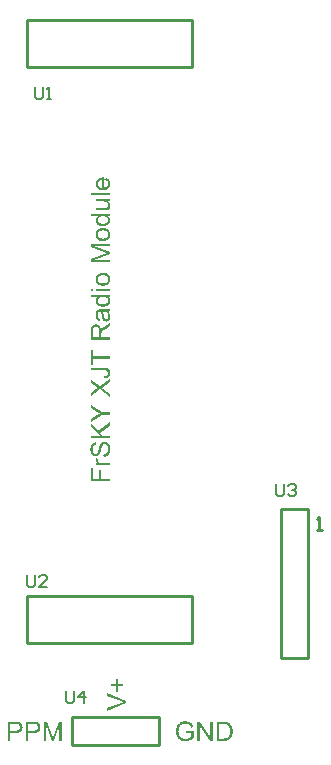
<source format=gto>
%FSAX24Y24*%
%MOIN*%
G70*
G01*
G75*
G04 Layer_Color=65535*
%ADD10C,0.0197*%
%ADD11C,0.0591*%
%ADD12R,0.0591X0.0591*%
%ADD13C,0.0600*%
%ADD14R,0.0600X0.0600*%
%ADD15R,0.0600X0.0600*%
%ADD16C,0.2500*%
%ADD17C,0.0100*%
%ADD18C,0.0070*%
G36*
X043200Y068350D02*
X043141D01*
X043142Y068349D01*
X043144Y068348D01*
X043148Y068345D01*
X043152Y068342D01*
X043157Y068338D01*
X043163Y068332D01*
X043169Y068325D01*
X043175Y068318D01*
X043182Y068308D01*
X043188Y068299D01*
X043194Y068288D01*
X043199Y068277D01*
X043203Y068264D01*
X043207Y068250D01*
X043209Y068236D01*
X043210Y068220D01*
Y068219D01*
Y068218D01*
Y068214D01*
X043209Y068211D01*
Y068206D01*
X043208Y068200D01*
X043206Y068187D01*
X043203Y068171D01*
X043197Y068153D01*
X043190Y068135D01*
X043180Y068118D01*
Y068117D01*
X043178Y068116D01*
X043177Y068113D01*
X043174Y068110D01*
X043168Y068102D01*
X043158Y068092D01*
X043146Y068080D01*
X043131Y068068D01*
X043114Y068057D01*
X043095Y068046D01*
X043094D01*
X043093Y068045D01*
X043089Y068043D01*
X043085Y068042D01*
X043080Y068040D01*
X043074Y068039D01*
X043067Y068036D01*
X043058Y068033D01*
X043040Y068029D01*
X043018Y068025D01*
X042995Y068022D01*
X042969Y068021D01*
X042958D01*
X042951Y068022D01*
X042944D01*
X042936Y068023D01*
X042928Y068024D01*
X042908Y068027D01*
X042887Y068030D01*
X042865Y068036D01*
X042843Y068043D01*
X042843D01*
X042841Y068044D01*
X042838Y068046D01*
X042834Y068048D01*
X042829Y068050D01*
X042824Y068053D01*
X042811Y068061D01*
X042798Y068071D01*
X042783Y068083D01*
X042769Y068097D01*
X042757Y068113D01*
Y068113D01*
X042755Y068115D01*
X042754Y068118D01*
X042752Y068121D01*
X042749Y068125D01*
X042747Y068130D01*
X042741Y068143D01*
X042736Y068158D01*
X042731Y068176D01*
X042728Y068196D01*
X042726Y068217D01*
Y068218D01*
Y068218D01*
Y068223D01*
X042727Y068232D01*
X042729Y068242D01*
X042730Y068253D01*
X042734Y068266D01*
X042739Y068278D01*
X042744Y068291D01*
X042745Y068293D01*
X042748Y068297D01*
X042751Y068303D01*
X042757Y068310D01*
X042764Y068318D01*
X042771Y068328D01*
X042780Y068337D01*
X042790Y068345D01*
X042559D01*
Y068423D01*
X043200D01*
Y068350D01*
D02*
G37*
G36*
X042649Y068547D02*
X042559D01*
Y068626D01*
X042649D01*
Y068547D01*
D02*
G37*
G36*
X043200Y067375D02*
X043068Y067290D01*
X043067D01*
X043065Y067289D01*
X043062Y067287D01*
X043058Y067285D01*
X043053Y067281D01*
X043048Y067277D01*
X043035Y067269D01*
X043021Y067259D01*
X043007Y067249D01*
X042993Y067239D01*
X042980Y067229D01*
X042978Y067228D01*
X042975Y067225D01*
X042969Y067220D01*
X042963Y067215D01*
X042956Y067208D01*
X042948Y067200D01*
X042943Y067193D01*
X042937Y067186D01*
X042936Y067185D01*
X042935Y067182D01*
X042933Y067179D01*
X042930Y067174D01*
X042927Y067168D01*
X042924Y067161D01*
X042919Y067147D01*
Y067146D01*
X042918Y067145D01*
Y067141D01*
X042918Y067136D01*
X042917Y067130D01*
Y067121D01*
X042916Y067112D01*
Y067101D01*
Y067002D01*
X043200D01*
Y066917D01*
X042559D01*
Y067201D01*
Y067202D01*
Y067206D01*
Y067210D01*
Y067215D01*
X042560Y067223D01*
Y067230D01*
X042561Y067240D01*
X042562Y067250D01*
X042564Y067270D01*
X042567Y067292D01*
X042571Y067313D01*
X042574Y067323D01*
X042577Y067331D01*
Y067332D01*
X042578Y067333D01*
X042579Y067335D01*
X042580Y067339D01*
X042584Y067347D01*
X042591Y067357D01*
X042599Y067369D01*
X042610Y067380D01*
X042624Y067392D01*
X042639Y067403D01*
X042639D01*
X042640Y067404D01*
X042643Y067405D01*
X042646Y067407D01*
X042655Y067411D01*
X042667Y067416D01*
X042681Y067421D01*
X042698Y067425D01*
X042716Y067429D01*
X042735Y067430D01*
X042742D01*
X042747Y067429D01*
X042753Y067428D01*
X042759Y067427D01*
X042775Y067424D01*
X042793Y067419D01*
X042813Y067411D01*
X042822Y067406D01*
X042832Y067400D01*
X042841Y067393D01*
X042850Y067385D01*
X042851Y067385D01*
X042852Y067384D01*
X042854Y067380D01*
X042858Y067377D01*
X042861Y067372D01*
X042865Y067366D01*
X042870Y067360D01*
X042875Y067352D01*
X042880Y067343D01*
X042885Y067333D01*
X042890Y067321D01*
X042895Y067309D01*
X042899Y067295D01*
X042903Y067281D01*
X042907Y067265D01*
X042909Y067249D01*
X042910Y067250D01*
X042912Y067255D01*
X042915Y067260D01*
X042919Y067268D01*
X042930Y067285D01*
X042936Y067292D01*
X042942Y067300D01*
Y067300D01*
X042943Y067301D01*
X042948Y067306D01*
X042955Y067313D01*
X042965Y067323D01*
X042977Y067334D01*
X042992Y067345D01*
X043008Y067358D01*
X043027Y067370D01*
X043200Y067481D01*
Y067375D01*
D02*
G37*
G36*
Y067870D02*
X043199Y067869D01*
X043196Y067869D01*
X043191Y067866D01*
X043183Y067864D01*
X043175Y067861D01*
X043165Y067859D01*
X043154Y067857D01*
X043142Y067855D01*
Y067854D01*
X043143Y067854D01*
X043145Y067851D01*
X043148Y067848D01*
X043154Y067839D01*
X043163Y067828D01*
X043171Y067815D01*
X043180Y067801D01*
X043188Y067785D01*
X043195Y067770D01*
Y067769D01*
X043196Y067769D01*
X043197Y067766D01*
X043197Y067764D01*
X043200Y067755D01*
X043203Y067744D01*
X043205Y067732D01*
X043208Y067717D01*
X043209Y067701D01*
X043210Y067684D01*
Y067684D01*
Y067681D01*
Y067677D01*
X043209Y067672D01*
Y067665D01*
X043208Y067658D01*
X043205Y067641D01*
X043201Y067622D01*
X043194Y067603D01*
X043185Y067584D01*
X043180Y067575D01*
X043173Y067567D01*
X043173Y067566D01*
X043172Y067565D01*
X043167Y067560D01*
X043158Y067555D01*
X043148Y067547D01*
X043133Y067540D01*
X043118Y067533D01*
X043099Y067528D01*
X043089Y067527D01*
X043078Y067526D01*
X043073D01*
X043066Y067527D01*
X043058Y067528D01*
X043048Y067530D01*
X043038Y067533D01*
X043027Y067536D01*
X043016Y067541D01*
X043014Y067542D01*
X043011Y067544D01*
X043006Y067548D01*
X042999Y067552D01*
X042993Y067558D01*
X042985Y067565D01*
X042978Y067573D01*
X042971Y067582D01*
X042970Y067583D01*
X042968Y067586D01*
X042965Y067592D01*
X042961Y067599D01*
X042957Y067607D01*
X042953Y067616D01*
X042948Y067627D01*
X042945Y067639D01*
Y067639D01*
X042944Y067643D01*
X042943Y067649D01*
X042942Y067656D01*
X042939Y067666D01*
X042938Y067678D01*
X042936Y067692D01*
X042933Y067709D01*
Y067709D01*
X042933Y067713D01*
Y067718D01*
X042931Y067724D01*
X042930Y067732D01*
X042929Y067741D01*
X042928Y067751D01*
X042926Y067762D01*
X042922Y067784D01*
X042917Y067808D01*
X042912Y067829D01*
X042908Y067839D01*
X042906Y067849D01*
X042901D01*
X042898Y067849D01*
X042878D01*
X042869Y067849D01*
X042859Y067847D01*
X042848Y067844D01*
X042837Y067840D01*
X042826Y067834D01*
X042818Y067827D01*
X042817Y067825D01*
X042813Y067821D01*
X042809Y067814D01*
X042804Y067804D01*
X042799Y067791D01*
X042795Y067776D01*
X042792Y067758D01*
X042791Y067737D01*
Y067736D01*
Y067734D01*
Y067732D01*
Y067728D01*
X042792Y067718D01*
X042793Y067706D01*
X042796Y067692D01*
X042799Y067679D01*
X042804Y067665D01*
X042811Y067654D01*
X042812Y067654D01*
X042814Y067650D01*
X042819Y067645D01*
X042827Y067640D01*
X042836Y067634D01*
X042848Y067628D01*
X042863Y067621D01*
X042879Y067616D01*
X042868Y067540D01*
X042868D01*
X042866Y067540D01*
X042863D01*
X042860Y067541D01*
X042851Y067544D01*
X042840Y067548D01*
X042828Y067552D01*
X042814Y067558D01*
X042801Y067565D01*
X042789Y067574D01*
X042788Y067575D01*
X042784Y067578D01*
X042779Y067584D01*
X042772Y067591D01*
X042764Y067601D01*
X042757Y067613D01*
X042749Y067627D01*
X042743Y067643D01*
Y067644D01*
X042742Y067645D01*
X042741Y067648D01*
X042740Y067651D01*
X042739Y067655D01*
X042738Y067660D01*
X042734Y067674D01*
X042731Y067689D01*
X042729Y067707D01*
X042727Y067727D01*
X042726Y067749D01*
Y067749D01*
Y067751D01*
Y067754D01*
Y067759D01*
Y067764D01*
X042727Y067769D01*
X042728Y067783D01*
X042729Y067798D01*
X042732Y067814D01*
X042735Y067829D01*
X042740Y067844D01*
Y067845D01*
X042741Y067846D01*
X042743Y067850D01*
X042746Y067857D01*
X042750Y067865D01*
X042755Y067874D01*
X042761Y067884D01*
X042769Y067892D01*
X042776Y067899D01*
X042777Y067900D01*
X042779Y067902D01*
X042784Y067905D01*
X042790Y067909D01*
X042798Y067914D01*
X042807Y067918D01*
X042817Y067921D01*
X042828Y067924D01*
X042829D01*
X042833Y067925D01*
X042838Y067926D01*
X042845Y067927D01*
X042855D01*
X042868Y067928D01*
X042883Y067929D01*
X043053D01*
X043064Y067929D01*
X043088D01*
X043110Y067930D01*
X043121Y067931D01*
X043130D01*
X043138Y067932D01*
X043144Y067933D01*
X043146D01*
X043149Y067934D01*
X043155Y067935D01*
X043162Y067937D01*
X043171Y067940D01*
X043180Y067944D01*
X043190Y067948D01*
X043200Y067953D01*
Y067870D01*
D02*
G37*
G36*
Y070029D02*
X042664D01*
X043200Y069842D01*
Y069766D01*
X042654Y069581D01*
X043200D01*
Y069500D01*
X042559D01*
Y069626D01*
X043013Y069778D01*
X043014D01*
X043016Y069779D01*
X043019Y069779D01*
X043023Y069781D01*
X043029Y069783D01*
X043035Y069785D01*
X043049Y069789D01*
X043064Y069794D01*
X043080Y069799D01*
X043095Y069804D01*
X043108Y069809D01*
X043107Y069809D01*
X043102Y069811D01*
X043093Y069814D01*
X043083Y069817D01*
X043068Y069822D01*
X043050Y069828D01*
X043029Y069834D01*
X043005Y069843D01*
X042559Y069997D01*
Y070111D01*
X043200D01*
Y070029D01*
D02*
G37*
G36*
X042984Y070642D02*
X042993Y070641D01*
X043003Y070640D01*
X043013Y070639D01*
X043035Y070636D01*
X043058Y070631D01*
X043082Y070624D01*
X043093Y070620D01*
X043103Y070615D01*
X043103D01*
X043105Y070614D01*
X043108Y070612D01*
X043111Y070610D01*
X043120Y070604D01*
X043132Y070595D01*
X043144Y070584D01*
X043158Y070571D01*
X043170Y070555D01*
X043182Y070537D01*
Y070536D01*
X043183Y070534D01*
X043184Y070532D01*
X043186Y070528D01*
X043188Y070523D01*
X043191Y070518D01*
X043196Y070503D01*
X043201Y070488D01*
X043206Y070468D01*
X043209Y070448D01*
X043210Y070425D01*
Y070424D01*
Y070421D01*
X043209Y070416D01*
Y070409D01*
X043208Y070401D01*
X043207Y070392D01*
X043205Y070381D01*
X043203Y070369D01*
X043199Y070357D01*
X043195Y070344D01*
X043190Y070332D01*
X043184Y070318D01*
X043177Y070305D01*
X043168Y070293D01*
X043159Y070280D01*
X043148Y070268D01*
X043148Y070268D01*
X043145Y070266D01*
X043142Y070263D01*
X043137Y070259D01*
X043130Y070254D01*
X043123Y070249D01*
X043113Y070244D01*
X043103Y070238D01*
X043090Y070233D01*
X043077Y070228D01*
X043063Y070223D01*
X043046Y070218D01*
X043028Y070214D01*
X043010Y070211D01*
X042990Y070209D01*
X042968Y070208D01*
X042963D01*
X042956Y070209D01*
X042948D01*
X042937Y070211D01*
X042924Y070213D01*
X042911Y070214D01*
X042897Y070218D01*
X042881Y070221D01*
X042865Y070226D01*
X042849Y070232D01*
X042833Y070238D01*
X042818Y070247D01*
X042803Y070256D01*
X042790Y070267D01*
X042778Y070279D01*
X042777Y070280D01*
X042775Y070282D01*
X042773Y070285D01*
X042769Y070290D01*
X042766Y070296D01*
X042761Y070303D01*
X042757Y070311D01*
X042752Y070320D01*
X042747Y070330D01*
X042743Y070341D01*
X042738Y070353D01*
X042734Y070366D01*
X042731Y070380D01*
X042729Y070394D01*
X042727Y070409D01*
X042726Y070425D01*
Y070426D01*
Y070429D01*
Y070434D01*
X042727Y070441D01*
X042728Y070449D01*
X042729Y070458D01*
X042731Y070469D01*
X042734Y070481D01*
X042737Y070493D01*
X042742Y070505D01*
X042747Y070518D01*
X042753Y070532D01*
X042760Y070545D01*
X042769Y070557D01*
X042779Y070570D01*
X042789Y070582D01*
X042790Y070582D01*
X042792Y070584D01*
X042796Y070587D01*
X042801Y070591D01*
X042807Y070596D01*
X042815Y070601D01*
X042824Y070607D01*
X042834Y070612D01*
X042846Y070617D01*
X042858Y070623D01*
X042873Y070628D01*
X042888Y070633D01*
X042905Y070637D01*
X042923Y070640D01*
X042942Y070642D01*
X042962Y070642D01*
X042977D01*
X042984Y070642D01*
D02*
G37*
G36*
X043200Y068547D02*
X042736D01*
Y068626D01*
X043200D01*
Y068547D01*
D02*
G37*
G36*
X042984Y069151D02*
X042993Y069150D01*
X043003Y069149D01*
X043013Y069148D01*
X043035Y069145D01*
X043058Y069140D01*
X043082Y069133D01*
X043093Y069129D01*
X043103Y069124D01*
X043103D01*
X043105Y069123D01*
X043108Y069121D01*
X043111Y069119D01*
X043120Y069113D01*
X043132Y069104D01*
X043144Y069093D01*
X043158Y069080D01*
X043170Y069064D01*
X043182Y069046D01*
Y069045D01*
X043183Y069043D01*
X043184Y069041D01*
X043186Y069036D01*
X043188Y069032D01*
X043191Y069026D01*
X043196Y069012D01*
X043201Y068996D01*
X043206Y068977D01*
X043209Y068956D01*
X043210Y068934D01*
Y068933D01*
Y068930D01*
X043209Y068925D01*
Y068918D01*
X043208Y068910D01*
X043207Y068901D01*
X043205Y068890D01*
X043203Y068878D01*
X043199Y068866D01*
X043195Y068853D01*
X043190Y068841D01*
X043184Y068827D01*
X043177Y068814D01*
X043168Y068802D01*
X043159Y068789D01*
X043148Y068777D01*
X043148Y068777D01*
X043145Y068775D01*
X043142Y068772D01*
X043137Y068768D01*
X043130Y068763D01*
X043123Y068758D01*
X043113Y068753D01*
X043103Y068747D01*
X043090Y068742D01*
X043077Y068737D01*
X043063Y068732D01*
X043046Y068727D01*
X043028Y068723D01*
X043010Y068720D01*
X042990Y068718D01*
X042968Y068717D01*
X042963D01*
X042956Y068718D01*
X042948D01*
X042937Y068720D01*
X042924Y068722D01*
X042911Y068723D01*
X042897Y068727D01*
X042881Y068730D01*
X042865Y068735D01*
X042849Y068741D01*
X042833Y068747D01*
X042818Y068756D01*
X042803Y068765D01*
X042790Y068776D01*
X042778Y068788D01*
X042777Y068789D01*
X042775Y068791D01*
X042773Y068794D01*
X042769Y068799D01*
X042766Y068805D01*
X042761Y068812D01*
X042757Y068820D01*
X042752Y068829D01*
X042747Y068839D01*
X042743Y068850D01*
X042738Y068862D01*
X042734Y068875D01*
X042731Y068889D01*
X042729Y068903D01*
X042727Y068918D01*
X042726Y068934D01*
Y068935D01*
Y068938D01*
Y068943D01*
X042727Y068950D01*
X042728Y068958D01*
X042729Y068967D01*
X042731Y068978D01*
X042734Y068990D01*
X042737Y069001D01*
X042742Y069014D01*
X042747Y069027D01*
X042753Y069041D01*
X042760Y069054D01*
X042769Y069066D01*
X042779Y069079D01*
X042789Y069091D01*
X042790Y069091D01*
X042792Y069093D01*
X042796Y069096D01*
X042801Y069100D01*
X042807Y069105D01*
X042815Y069110D01*
X042824Y069116D01*
X042834Y069121D01*
X042846Y069126D01*
X042858Y069132D01*
X042873Y069137D01*
X042888Y069142D01*
X042905Y069146D01*
X042923Y069149D01*
X042942Y069151D01*
X042962Y069151D01*
X042977D01*
X042984Y069151D01*
D02*
G37*
G36*
X043028Y063520D02*
X043033D01*
X043038Y063519D01*
X043051Y063518D01*
X043066Y063514D01*
X043082Y063509D01*
X043099Y063501D01*
X043116Y063491D01*
X043117D01*
X043118Y063489D01*
X043120Y063488D01*
X043123Y063486D01*
X043132Y063479D01*
X043142Y063469D01*
X043153Y063458D01*
X043164Y063444D01*
X043176Y063426D01*
X043186Y063407D01*
Y063406D01*
X043187Y063405D01*
X043188Y063401D01*
X043190Y063398D01*
X043192Y063392D01*
X043193Y063386D01*
X043196Y063380D01*
X043198Y063371D01*
X043203Y063354D01*
X043207Y063333D01*
X043210Y063310D01*
X043211Y063285D01*
Y063284D01*
Y063280D01*
Y063276D01*
X043210Y063270D01*
Y063263D01*
X043209Y063254D01*
X043208Y063245D01*
X043208Y063234D01*
X043205Y063211D01*
X043200Y063186D01*
X043194Y063162D01*
X043186Y063139D01*
Y063138D01*
X043185Y063136D01*
X043183Y063133D01*
X043181Y063129D01*
X043178Y063125D01*
X043175Y063119D01*
X043167Y063105D01*
X043156Y063090D01*
X043143Y063075D01*
X043127Y063060D01*
X043109Y063047D01*
X043108D01*
X043107Y063046D01*
X043104Y063044D01*
X043100Y063042D01*
X043095Y063040D01*
X043090Y063036D01*
X043083Y063034D01*
X043076Y063031D01*
X043058Y063024D01*
X043039Y063018D01*
X043017Y063014D01*
X042993Y063012D01*
X042987Y063092D01*
X042989D01*
X042992Y063093D01*
X042995D01*
X043003Y063095D01*
X043015Y063097D01*
X043028Y063100D01*
X043041Y063105D01*
X043054Y063111D01*
X043067Y063118D01*
X043068Y063119D01*
X043072Y063122D01*
X043078Y063127D01*
X043084Y063134D01*
X043093Y063143D01*
X043101Y063154D01*
X043109Y063167D01*
X043117Y063182D01*
Y063183D01*
X043118Y063184D01*
X043118Y063186D01*
X043119Y063190D01*
X043121Y063194D01*
X043123Y063199D01*
X043126Y063211D01*
X043129Y063225D01*
X043133Y063242D01*
X043134Y063260D01*
X043135Y063280D01*
Y063281D01*
Y063283D01*
Y063285D01*
Y063289D01*
X043134Y063298D01*
X043133Y063310D01*
X043132Y063322D01*
X043129Y063337D01*
X043126Y063351D01*
X043121Y063365D01*
Y063366D01*
X043120Y063367D01*
X043118Y063371D01*
X043115Y063378D01*
X043111Y063386D01*
X043105Y063395D01*
X043098Y063405D01*
X043091Y063414D01*
X043082Y063421D01*
X043081Y063422D01*
X043078Y063424D01*
X043072Y063427D01*
X043065Y063430D01*
X043057Y063434D01*
X043048Y063437D01*
X043038Y063439D01*
X043027Y063439D01*
X043022D01*
X043016Y063439D01*
X043009Y063437D01*
X043001Y063435D01*
X042992Y063432D01*
X042983Y063427D01*
X042974Y063421D01*
X042973Y063420D01*
X042970Y063418D01*
X042966Y063414D01*
X042961Y063408D01*
X042955Y063400D01*
X042949Y063390D01*
X042943Y063378D01*
X042937Y063364D01*
X042936Y063362D01*
X042935Y063359D01*
X042933Y063355D01*
X042933Y063351D01*
X042931Y063346D01*
X042929Y063340D01*
X042927Y063333D01*
X042925Y063325D01*
X042923Y063315D01*
X042919Y063305D01*
X042917Y063293D01*
X042913Y063280D01*
X042910Y063265D01*
X042906Y063250D01*
Y063249D01*
X042905Y063245D01*
X042903Y063241D01*
X042903Y063235D01*
X042900Y063228D01*
X042898Y063220D01*
X042893Y063201D01*
X042887Y063181D01*
X042879Y063160D01*
X042873Y063142D01*
X042868Y063134D01*
X042865Y063126D01*
Y063125D01*
X042864Y063125D01*
X042863Y063122D01*
X042861Y063119D01*
X042856Y063110D01*
X042848Y063100D01*
X042840Y063090D01*
X042830Y063078D01*
X042818Y063067D01*
X042806Y063058D01*
X042805D01*
X042804Y063057D01*
X042799Y063055D01*
X042793Y063051D01*
X042783Y063047D01*
X042771Y063043D01*
X042757Y063040D01*
X042742Y063037D01*
X042726Y063036D01*
X042721D01*
X042718Y063037D01*
X042709Y063038D01*
X042696Y063040D01*
X042682Y063043D01*
X042667Y063048D01*
X042651Y063055D01*
X042635Y063064D01*
X042634D01*
X042634Y063065D01*
X042629Y063069D01*
X042620Y063075D01*
X042611Y063084D01*
X042601Y063095D01*
X042590Y063109D01*
X042580Y063125D01*
X042571Y063144D01*
Y063145D01*
X042570Y063146D01*
X042569Y063149D01*
X042568Y063153D01*
X042566Y063158D01*
X042564Y063164D01*
X042562Y063170D01*
X042559Y063178D01*
X042556Y063195D01*
X042552Y063215D01*
X042549Y063238D01*
X042549Y063261D01*
Y063262D01*
Y063265D01*
Y063268D01*
Y063273D01*
X042549Y063280D01*
Y063286D01*
X042550Y063295D01*
X042551Y063304D01*
X042554Y063323D01*
X042559Y063344D01*
X042564Y063365D01*
X042572Y063386D01*
Y063387D01*
X042573Y063389D01*
X042574Y063391D01*
X042576Y063395D01*
X042582Y063405D01*
X042589Y063417D01*
X042599Y063431D01*
X042610Y063444D01*
X042624Y063459D01*
X042640Y063470D01*
X042641D01*
X042642Y063472D01*
X042644Y063473D01*
X042648Y063475D01*
X042652Y063477D01*
X042657Y063479D01*
X042669Y063485D01*
X042684Y063491D01*
X042701Y063496D01*
X042720Y063500D01*
X042740Y063502D01*
X042746Y063420D01*
X042744D01*
X042740Y063420D01*
X042736Y063419D01*
X042731Y063418D01*
X042725Y063416D01*
X042712Y063412D01*
X042698Y063406D01*
X042683Y063399D01*
X042668Y063389D01*
X042655Y063375D01*
X042654Y063374D01*
X042653Y063371D01*
X042650Y063369D01*
X042648Y063365D01*
X042645Y063360D01*
X042643Y063354D01*
X042639Y063348D01*
X042637Y063340D01*
X042634Y063332D01*
X042632Y063323D01*
X042629Y063313D01*
X042627Y063302D01*
X042626Y063290D01*
X042624Y063278D01*
Y063265D01*
Y063264D01*
Y063261D01*
Y063257D01*
Y063252D01*
X042625Y063245D01*
X042626Y063239D01*
X042628Y063222D01*
X042631Y063204D01*
X042636Y063185D01*
X042644Y063168D01*
X042648Y063160D01*
X042653Y063153D01*
X042654Y063151D01*
X042658Y063147D01*
X042664Y063142D01*
X042672Y063135D01*
X042682Y063129D01*
X042694Y063124D01*
X042707Y063120D01*
X042721Y063118D01*
X042727D01*
X042733Y063120D01*
X042741Y063121D01*
X042750Y063124D01*
X042759Y063128D01*
X042769Y063134D01*
X042778Y063142D01*
X042779Y063144D01*
X042780Y063145D01*
X042781Y063148D01*
X042783Y063151D01*
X042786Y063155D01*
X042789Y063161D01*
X042791Y063167D01*
X042794Y063175D01*
X042798Y063185D01*
X042802Y063195D01*
X042806Y063206D01*
X042810Y063220D01*
X042814Y063235D01*
X042818Y063251D01*
X042823Y063270D01*
Y063270D01*
X042823Y063274D01*
X042825Y063280D01*
X042827Y063286D01*
X042828Y063295D01*
X042831Y063305D01*
X042833Y063315D01*
X042837Y063326D01*
X042843Y063350D01*
X042849Y063373D01*
X042853Y063384D01*
X042857Y063395D01*
X042860Y063404D01*
X042863Y063411D01*
Y063412D01*
X042864Y063414D01*
X042866Y063416D01*
X042868Y063420D01*
X042873Y063430D01*
X042881Y063443D01*
X042891Y063456D01*
X042902Y063469D01*
X042915Y063483D01*
X042929Y063494D01*
X042930D01*
X042931Y063494D01*
X042933Y063496D01*
X042936Y063498D01*
X042944Y063502D01*
X042955Y063508D01*
X042968Y063513D01*
X042984Y063517D01*
X043001Y063520D01*
X043020Y063521D01*
X043025D01*
X043028Y063520D01*
D02*
G37*
G36*
X043200Y064051D02*
X042878Y063823D01*
X042978Y063719D01*
X043200D01*
Y063634D01*
X042559D01*
Y063719D01*
X042877D01*
X042559Y064037D01*
Y064152D01*
X042820Y063883D01*
X043200Y064163D01*
Y064051D01*
D02*
G37*
G36*
X042635Y062285D02*
X042833D01*
Y062586D01*
X042909D01*
Y062285D01*
X043200D01*
Y062200D01*
X042559D01*
Y062632D01*
X042635D01*
Y062285D01*
D02*
G37*
G36*
X042824Y062956D02*
X042823Y062955D01*
X042822Y062951D01*
X042819Y062946D01*
X042816Y062938D01*
X042813Y062930D01*
X042810Y062920D01*
X042808Y062909D01*
X042808Y062898D01*
Y062897D01*
Y062894D01*
X042808Y062889D01*
X042809Y062882D01*
X042812Y062876D01*
X042814Y062867D01*
X042818Y062860D01*
X042823Y062851D01*
X042824Y062851D01*
X042826Y062848D01*
X042830Y062845D01*
X042835Y062841D01*
X042841Y062836D01*
X042848Y062831D01*
X042857Y062826D01*
X042867Y062822D01*
X042868D01*
X042868Y062821D01*
X042871D01*
X042874Y062821D01*
X042883Y062818D01*
X042893Y062816D01*
X042908Y062814D01*
X042923Y062811D01*
X042940Y062811D01*
X042958Y062810D01*
X043200D01*
Y062731D01*
X042736D01*
Y062802D01*
X042807D01*
X042805Y062803D01*
X042803Y062805D01*
X042799Y062806D01*
X042791Y062812D01*
X042781Y062818D01*
X042769Y062826D01*
X042759Y062834D01*
X042749Y062843D01*
X042742Y062851D01*
X042741Y062852D01*
X042739Y062856D01*
X042737Y062861D01*
X042734Y062866D01*
X042731Y062874D01*
X042729Y062883D01*
X042727Y062892D01*
X042726Y062902D01*
Y062903D01*
Y062904D01*
Y062909D01*
X042728Y062917D01*
X042729Y062927D01*
X042733Y062940D01*
X042737Y062954D01*
X042744Y062968D01*
X042752Y062984D01*
X042824Y062956D01*
D02*
G37*
G36*
X043016Y065983D02*
X043023D01*
X043033Y065982D01*
X043042Y065981D01*
X043062Y065978D01*
X043083Y065975D01*
X043103Y065970D01*
X043113Y065967D01*
X043121Y065963D01*
X043122D01*
X043123Y065963D01*
X043125Y065962D01*
X043128Y065960D01*
X043136Y065955D01*
X043146Y065949D01*
X043157Y065940D01*
X043168Y065929D01*
X043178Y065917D01*
X043188Y065902D01*
Y065901D01*
X043189Y065900D01*
X043190Y065898D01*
X043192Y065894D01*
X043196Y065886D01*
X043199Y065874D01*
X043203Y065859D01*
X043208Y065843D01*
X043210Y065824D01*
X043211Y065803D01*
Y065802D01*
Y065799D01*
Y065794D01*
X043210Y065789D01*
X043209Y065782D01*
X043208Y065774D01*
X043207Y065764D01*
X043205Y065755D01*
X043199Y065734D01*
X043195Y065724D01*
X043190Y065713D01*
X043185Y065702D01*
X043178Y065692D01*
X043171Y065683D01*
X043163Y065674D01*
X043162Y065673D01*
X043160Y065672D01*
X043158Y065669D01*
X043153Y065667D01*
X043148Y065664D01*
X043143Y065659D01*
X043135Y065655D01*
X043127Y065651D01*
X043117Y065648D01*
X043106Y065644D01*
X043094Y065640D01*
X043082Y065637D01*
X043068Y065634D01*
X043053Y065632D01*
X043037Y065631D01*
X043019D01*
X043008Y065708D01*
X043015D01*
X043020Y065709D01*
X043026Y065709D01*
X043033Y065710D01*
X043048Y065712D01*
X043065Y065715D01*
X043082Y065720D01*
X043097Y065726D01*
X043103Y065730D01*
X043108Y065734D01*
X043109Y065735D01*
X043113Y065739D01*
X043117Y065744D01*
X043122Y065753D01*
X043127Y065762D01*
X043131Y065774D01*
X043134Y065788D01*
X043135Y065803D01*
Y065804D01*
Y065808D01*
X043134Y065814D01*
X043133Y065822D01*
X043132Y065830D01*
X043129Y065839D01*
X043126Y065849D01*
X043121Y065858D01*
X043120Y065859D01*
X043118Y065862D01*
X043115Y065865D01*
X043110Y065870D01*
X043104Y065876D01*
X043098Y065881D01*
X043090Y065886D01*
X043081Y065889D01*
X043080Y065890D01*
X043076Y065891D01*
X043070Y065893D01*
X043062Y065894D01*
X043050Y065896D01*
X043037Y065897D01*
X043020Y065899D01*
X042559D01*
Y065983D01*
X043009D01*
X043016Y065983D01*
D02*
G37*
G36*
X042635Y066369D02*
X043200D01*
Y066284D01*
X042635D01*
Y066073D01*
X042559D01*
Y066580D01*
X042635D01*
Y066369D01*
D02*
G37*
G36*
X042929Y064498D02*
X043200D01*
Y064413D01*
X042929D01*
X042559Y064167D01*
Y064268D01*
X042754Y064395D01*
X042754Y064396D01*
X042756Y064397D01*
X042759Y064398D01*
X042763Y064401D01*
X042768Y064404D01*
X042773Y064407D01*
X042788Y064417D01*
X042803Y064427D01*
X042822Y064437D01*
X042842Y064448D01*
X042862Y064460D01*
X042861D01*
X042859Y064462D01*
X042857Y064463D01*
X042853Y064465D01*
X042848Y064468D01*
X042843Y064472D01*
X042836Y064476D01*
X042828Y064480D01*
X042812Y064491D01*
X042793Y064502D01*
X042771Y064516D01*
X042749Y064531D01*
X042559Y064655D01*
Y064754D01*
X042929Y064498D01*
D02*
G37*
G36*
X043200Y065495D02*
X042972Y065333D01*
X042971Y065332D01*
X042968Y065330D01*
X042964Y065328D01*
X042959Y065325D01*
X042953Y065320D01*
X042947Y065316D01*
X042933Y065306D01*
X042934Y065305D01*
X042938Y065303D01*
X042943Y065300D01*
X042950Y065295D01*
X042966Y065285D01*
X042973Y065280D01*
X042978Y065276D01*
X043200Y065114D01*
Y065012D01*
X042868Y065260D01*
X042559Y065041D01*
Y065143D01*
X042724Y065260D01*
X042724Y065260D01*
X042726Y065261D01*
X042729Y065263D01*
X042732Y065265D01*
X042741Y065272D01*
X042753Y065280D01*
X042765Y065288D01*
X042779Y065296D01*
X042791Y065304D01*
X042802Y065310D01*
X042800Y065311D01*
X042796Y065315D01*
X042789Y065319D01*
X042780Y065325D01*
X042769Y065332D01*
X042757Y065341D01*
X042744Y065350D01*
X042730Y065361D01*
X042559Y065489D01*
Y065581D01*
X042864Y065360D01*
X043200Y065599D01*
Y065495D01*
D02*
G37*
G36*
Y071035D02*
X043141D01*
X043142Y071034D01*
X043144Y071033D01*
X043148Y071030D01*
X043152Y071026D01*
X043157Y071022D01*
X043163Y071016D01*
X043169Y071010D01*
X043175Y071002D01*
X043182Y070993D01*
X043188Y070984D01*
X043194Y070973D01*
X043199Y070961D01*
X043203Y070949D01*
X043207Y070935D01*
X043209Y070921D01*
X043210Y070905D01*
Y070904D01*
Y070902D01*
Y070899D01*
X043209Y070896D01*
Y070891D01*
X043208Y070885D01*
X043206Y070872D01*
X043203Y070856D01*
X043197Y070838D01*
X043190Y070820D01*
X043180Y070802D01*
Y070802D01*
X043178Y070801D01*
X043177Y070798D01*
X043174Y070795D01*
X043168Y070787D01*
X043158Y070777D01*
X043146Y070765D01*
X043131Y070753D01*
X043114Y070742D01*
X043095Y070731D01*
X043094D01*
X043093Y070730D01*
X043089Y070728D01*
X043085Y070727D01*
X043080Y070725D01*
X043074Y070723D01*
X043067Y070721D01*
X043058Y070718D01*
X043040Y070714D01*
X043018Y070710D01*
X042995Y070707D01*
X042969Y070706D01*
X042958D01*
X042951Y070707D01*
X042944D01*
X042936Y070707D01*
X042928Y070708D01*
X042908Y070712D01*
X042887Y070715D01*
X042865Y070721D01*
X042843Y070728D01*
X042843D01*
X042841Y070729D01*
X042838Y070731D01*
X042834Y070732D01*
X042829Y070735D01*
X042824Y070738D01*
X042811Y070746D01*
X042798Y070756D01*
X042783Y070767D01*
X042769Y070782D01*
X042757Y070797D01*
Y070798D01*
X042755Y070800D01*
X042754Y070802D01*
X042752Y070806D01*
X042749Y070810D01*
X042747Y070815D01*
X042741Y070828D01*
X042736Y070843D01*
X042731Y070861D01*
X042728Y070881D01*
X042726Y070902D01*
Y070902D01*
Y070903D01*
Y070908D01*
X042727Y070917D01*
X042729Y070927D01*
X042730Y070938D01*
X042734Y070951D01*
X042739Y070963D01*
X042744Y070976D01*
X042745Y070977D01*
X042748Y070981D01*
X042751Y070987D01*
X042757Y070995D01*
X042764Y071003D01*
X042771Y071012D01*
X042780Y071021D01*
X042790Y071030D01*
X042559D01*
Y071108D01*
X043200D01*
Y071035D01*
D02*
G37*
G36*
X043471Y055440D02*
X043647D01*
Y055366D01*
X043471D01*
Y055191D01*
X043398D01*
Y055366D01*
X043224D01*
Y055440D01*
X043398D01*
Y055614D01*
X043471D01*
Y055440D01*
D02*
G37*
G36*
X047010Y054190D02*
X047026D01*
X047044Y054188D01*
X047063Y054186D01*
X047082Y054184D01*
X047098Y054181D01*
X047098D01*
X047100Y054180D01*
X047103Y054179D01*
X047107Y054178D01*
X047112Y054176D01*
X047118Y054175D01*
X047130Y054171D01*
X047145Y054164D01*
X047161Y054156D01*
X047177Y054146D01*
X047192Y054135D01*
X047193Y054134D01*
X047194Y054133D01*
X047197Y054131D01*
X047200Y054127D01*
X047204Y054123D01*
X047209Y054118D01*
X047214Y054112D01*
X047220Y054106D01*
X047233Y054090D01*
X047245Y054071D01*
X047258Y054050D01*
X047268Y054026D01*
Y054025D01*
X047268Y054022D01*
X047270Y054019D01*
X047272Y054014D01*
X047273Y054007D01*
X047276Y054000D01*
X047278Y053991D01*
X047281Y053981D01*
X047283Y053971D01*
X047285Y053959D01*
X047288Y053947D01*
X047289Y053933D01*
X047293Y053904D01*
X047293Y053873D01*
Y053872D01*
Y053870D01*
Y053867D01*
Y053861D01*
X047293Y053855D01*
Y053847D01*
X047292Y053839D01*
X047291Y053830D01*
X047289Y053810D01*
X047286Y053788D01*
X047282Y053766D01*
X047276Y053744D01*
Y053743D01*
X047275Y053742D01*
X047274Y053738D01*
X047273Y053735D01*
X047271Y053730D01*
X047269Y053724D01*
X047264Y053712D01*
X047258Y053697D01*
X047251Y053681D01*
X047242Y053665D01*
X047233Y053651D01*
X047232Y053649D01*
X047228Y053645D01*
X047223Y053638D01*
X047215Y053630D01*
X047207Y053621D01*
X047197Y053611D01*
X047185Y053602D01*
X047173Y053592D01*
X047172Y053592D01*
X047168Y053589D01*
X047161Y053585D01*
X047152Y053581D01*
X047141Y053576D01*
X047128Y053570D01*
X047113Y053565D01*
X047097Y053561D01*
X047096D01*
X047095Y053560D01*
X047093D01*
X047089Y053559D01*
X047085Y053558D01*
X047080Y053558D01*
X047068Y053556D01*
X047053Y053553D01*
X047035Y053552D01*
X047015Y053551D01*
X046994Y053550D01*
X046764D01*
Y054191D01*
X047003D01*
X047010Y054190D01*
D02*
G37*
G36*
X040077D02*
X040092Y054189D01*
X040109Y054188D01*
X040125Y054186D01*
X040138Y054184D01*
X040141D01*
X040142Y054183D01*
X040146Y054182D01*
X040155Y054181D01*
X040166Y054177D01*
X040178Y054173D01*
X040191Y054168D01*
X040204Y054161D01*
X040216Y054154D01*
X040218Y054153D01*
X040222Y054150D01*
X040228Y054145D01*
X040235Y054138D01*
X040243Y054130D01*
X040252Y054119D01*
X040261Y054106D01*
X040268Y054092D01*
Y054091D01*
X040269Y054091D01*
X040270Y054088D01*
X040271Y054086D01*
X040275Y054077D01*
X040278Y054066D01*
X040281Y054053D01*
X040285Y054038D01*
X040287Y054022D01*
X040288Y054005D01*
Y054004D01*
Y054001D01*
Y053997D01*
X040287Y053991D01*
X040286Y053984D01*
X040286Y053976D01*
X040284Y053966D01*
X040281Y053957D01*
X040276Y053935D01*
X040271Y053924D01*
X040266Y053912D01*
X040260Y053901D01*
X040253Y053889D01*
X040245Y053877D01*
X040236Y053867D01*
X040235Y053866D01*
X040233Y053864D01*
X040230Y053862D01*
X040226Y053857D01*
X040220Y053853D01*
X040212Y053849D01*
X040203Y053843D01*
X040193Y053838D01*
X040181Y053833D01*
X040167Y053828D01*
X040152Y053823D01*
X040135Y053819D01*
X040116Y053815D01*
X040095Y053812D01*
X040072Y053811D01*
X040048Y053810D01*
X039885D01*
Y053550D01*
X039800D01*
Y054191D01*
X040063D01*
X040077Y054190D01*
D02*
G37*
G36*
X045738Y054201D02*
X045745D01*
X045753Y054200D01*
X045762Y054199D01*
X045782Y054196D01*
X045802Y054191D01*
X045824Y054186D01*
X045846Y054178D01*
X045846D01*
X045848Y054177D01*
X045851Y054176D01*
X045855Y054174D01*
X045860Y054171D01*
X045865Y054169D01*
X045877Y054162D01*
X045891Y054153D01*
X045906Y054142D01*
X045921Y054130D01*
X045933Y054116D01*
Y054115D01*
X045935Y054114D01*
X045936Y054111D01*
X045938Y054108D01*
X045941Y054105D01*
X045944Y054100D01*
X045951Y054087D01*
X045960Y054072D01*
X045967Y054055D01*
X045976Y054034D01*
X045982Y054011D01*
X045906Y053990D01*
Y053991D01*
X045905Y053992D01*
X045904Y053995D01*
X045903Y053998D01*
X045900Y054006D01*
X045896Y054018D01*
X045891Y054030D01*
X045885Y054043D01*
X045877Y054056D01*
X045870Y054066D01*
X045869Y054068D01*
X045866Y054071D01*
X045861Y054076D01*
X045854Y054083D01*
X045846Y054090D01*
X045835Y054097D01*
X045822Y054105D01*
X045808Y054111D01*
X045807D01*
X045806Y054112D01*
X045802Y054114D01*
X045793Y054117D01*
X045782Y054121D01*
X045770Y054123D01*
X045755Y054126D01*
X045738Y054128D01*
X045721Y054129D01*
X045711D01*
X045706Y054128D01*
X045700D01*
X045687Y054126D01*
X045671Y054125D01*
X045653Y054121D01*
X045637Y054116D01*
X045620Y054111D01*
X045619D01*
X045618Y054110D01*
X045613Y054107D01*
X045605Y054104D01*
X045596Y054098D01*
X045585Y054091D01*
X045573Y054084D01*
X045562Y054074D01*
X045552Y054064D01*
X045551Y054062D01*
X045547Y054059D01*
X045542Y054053D01*
X045537Y054046D01*
X045531Y054036D01*
X045524Y054026D01*
X045517Y054013D01*
X045512Y054001D01*
Y054000D01*
X045511Y053998D01*
X045509Y053995D01*
X045508Y053991D01*
X045506Y053985D01*
X045504Y053978D01*
X045502Y053971D01*
X045500Y053962D01*
X045495Y053943D01*
X045492Y053922D01*
X045488Y053897D01*
X045487Y053872D01*
Y053871D01*
Y053867D01*
Y053863D01*
X045488Y053857D01*
Y053850D01*
X045489Y053842D01*
X045490Y053832D01*
X045491Y053822D01*
X045495Y053799D01*
X045500Y053775D01*
X045507Y053751D01*
X045517Y053728D01*
Y053727D01*
X045518Y053726D01*
X045520Y053722D01*
X045522Y053719D01*
X045525Y053714D01*
X045529Y053708D01*
X045538Y053696D01*
X045550Y053682D01*
X045565Y053667D01*
X045582Y053654D01*
X045602Y053642D01*
X045602D01*
X045604Y053642D01*
X045607Y053640D01*
X045612Y053638D01*
X045617Y053636D01*
X045623Y053634D01*
X045630Y053632D01*
X045638Y053629D01*
X045656Y053623D01*
X045676Y053619D01*
X045698Y053616D01*
X045722Y053615D01*
X045731D01*
X045736Y053616D01*
X045742D01*
X045756Y053617D01*
X045772Y053620D01*
X045790Y053624D01*
X045809Y053629D01*
X045829Y053636D01*
X045830D01*
X045831Y053637D01*
X045834Y053638D01*
X045837Y053639D01*
X045847Y053643D01*
X045859Y053649D01*
X045871Y053656D01*
X045885Y053663D01*
X045897Y053672D01*
X045909Y053681D01*
Y053801D01*
X045721D01*
Y053877D01*
X045992D01*
Y053638D01*
X045991Y053637D01*
X045990Y053636D01*
X045986Y053633D01*
X045981Y053630D01*
X045976Y053626D01*
X045969Y053622D01*
X045961Y053617D01*
X045953Y053611D01*
X045933Y053598D01*
X045911Y053587D01*
X045888Y053574D01*
X045863Y053564D01*
X045862D01*
X045860Y053563D01*
X045856Y053562D01*
X045851Y053560D01*
X045846Y053558D01*
X045838Y053557D01*
X045830Y053554D01*
X045821Y053552D01*
X045801Y053548D01*
X045777Y053543D01*
X045752Y053540D01*
X045727Y053539D01*
X045717D01*
X045711Y053540D01*
X045702D01*
X045692Y053542D01*
X045682Y053542D01*
X045670Y053544D01*
X045657Y053547D01*
X045643Y053549D01*
X045614Y053556D01*
X045585Y053566D01*
X045570Y053572D01*
X045555Y053579D01*
X045554Y053580D01*
X045552Y053581D01*
X045547Y053583D01*
X045542Y053587D01*
X045536Y053591D01*
X045528Y053596D01*
X045521Y053602D01*
X045512Y053609D01*
X045502Y053617D01*
X045493Y053626D01*
X045483Y053635D01*
X045474Y053646D01*
X045464Y053657D01*
X045455Y053669D01*
X045447Y053682D01*
X045439Y053696D01*
Y053697D01*
X045437Y053699D01*
X045436Y053703D01*
X045433Y053709D01*
X045430Y053717D01*
X045427Y053725D01*
X045423Y053735D01*
X045420Y053746D01*
X045416Y053758D01*
X045412Y053772D01*
X045409Y053785D01*
X045406Y053800D01*
X045402Y053832D01*
X045401Y053849D01*
X045400Y053867D01*
Y053867D01*
Y053871D01*
Y053876D01*
X045401Y053882D01*
Y053891D01*
X045402Y053901D01*
X045403Y053912D01*
X045405Y053924D01*
X045407Y053937D01*
X045409Y053951D01*
X045416Y053980D01*
X045426Y054011D01*
X045432Y054026D01*
X045438Y054041D01*
X045439Y054042D01*
X045440Y054045D01*
X045442Y054049D01*
X045446Y054055D01*
X045450Y054061D01*
X045455Y054069D01*
X045461Y054077D01*
X045467Y054086D01*
X045475Y054096D01*
X045483Y054106D01*
X045492Y054116D01*
X045502Y054126D01*
X045525Y054145D01*
X045537Y054154D01*
X045551Y054161D01*
X045552Y054162D01*
X045554Y054163D01*
X045558Y054165D01*
X045564Y054168D01*
X045571Y054171D01*
X045579Y054174D01*
X045589Y054178D01*
X045600Y054181D01*
X045612Y054186D01*
X045625Y054189D01*
X045638Y054192D01*
X045653Y054196D01*
X045686Y054200D01*
X045702Y054201D01*
X045720Y054201D01*
X045732D01*
X045738Y054201D01*
D02*
G37*
G36*
X046621Y053550D02*
X046534D01*
X046198Y054052D01*
Y053550D01*
X046116D01*
Y054191D01*
X046203D01*
X046540Y053687D01*
Y054191D01*
X046621D01*
Y053550D01*
D02*
G37*
G36*
X043750Y054886D02*
Y054797D01*
X043109Y054549D01*
Y054642D01*
X043575Y054808D01*
X043576D01*
X043578Y054809D01*
X043581Y054810D01*
X043584Y054812D01*
X043589Y054813D01*
X043595Y054815D01*
X043609Y054820D01*
X043625Y054825D01*
X043643Y054831D01*
X043662Y054837D01*
X043680Y054842D01*
X043679D01*
X043678Y054842D01*
X043675Y054843D01*
X043671Y054844D01*
X043666Y054846D01*
X043661Y054847D01*
X043648Y054852D01*
X043632Y054857D01*
X043613Y054862D01*
X043594Y054869D01*
X043575Y054877D01*
X043109Y055050D01*
Y055136D01*
X043750Y054886D01*
D02*
G37*
G36*
X040674Y054190D02*
X040689Y054189D01*
X040705Y054188D01*
X040721Y054186D01*
X040735Y054184D01*
X040737D01*
X040739Y054183D01*
X040742Y054182D01*
X040751Y054181D01*
X040762Y054177D01*
X040775Y054173D01*
X040787Y054168D01*
X040800Y054161D01*
X040813Y054154D01*
X040815Y054153D01*
X040818Y054150D01*
X040825Y054145D01*
X040831Y054138D01*
X040840Y054130D01*
X040849Y054119D01*
X040857Y054106D01*
X040865Y054092D01*
Y054091D01*
X040865Y054091D01*
X040866Y054088D01*
X040868Y054086D01*
X040871Y054077D01*
X040875Y054066D01*
X040878Y054053D01*
X040881Y054038D01*
X040884Y054022D01*
X040885Y054005D01*
Y054004D01*
Y054001D01*
Y053997D01*
X040884Y053991D01*
X040883Y053984D01*
X040882Y053976D01*
X040880Y053966D01*
X040878Y053957D01*
X040872Y053935D01*
X040868Y053924D01*
X040862Y053912D01*
X040856Y053901D01*
X040850Y053889D01*
X040841Y053877D01*
X040832Y053867D01*
X040831Y053866D01*
X040830Y053864D01*
X040826Y053862D01*
X040822Y053857D01*
X040816Y053853D01*
X040809Y053849D01*
X040800Y053843D01*
X040790Y053838D01*
X040777Y053833D01*
X040764Y053828D01*
X040748Y053823D01*
X040731Y053819D01*
X040712Y053815D01*
X040691Y053812D01*
X040669Y053811D01*
X040645Y053810D01*
X040481D01*
Y053550D01*
X040396D01*
Y054191D01*
X040660D01*
X040674Y054190D01*
D02*
G37*
G36*
X041602Y053550D02*
X041520D01*
Y054086D01*
X041333Y053550D01*
X041257D01*
X041072Y054096D01*
Y053550D01*
X040990D01*
Y054191D01*
X041117D01*
X041269Y053737D01*
Y053736D01*
X041269Y053734D01*
X041270Y053731D01*
X041272Y053727D01*
X041274Y053721D01*
X041276Y053715D01*
X041280Y053701D01*
X041285Y053686D01*
X041290Y053670D01*
X041295Y053655D01*
X041299Y053642D01*
X041300Y053643D01*
X041302Y053648D01*
X041304Y053657D01*
X041308Y053667D01*
X041313Y053682D01*
X041319Y053700D01*
X041325Y053721D01*
X041334Y053745D01*
X041488Y054191D01*
X041602D01*
Y053550D01*
D02*
G37*
G36*
X043200Y071536D02*
X043132D01*
X043133Y071535D01*
X043135Y071534D01*
X043139Y071530D01*
X043144Y071526D01*
X043150Y071520D01*
X043157Y071514D01*
X043163Y071506D01*
X043171Y071497D01*
X043178Y071487D01*
X043185Y071476D01*
X043192Y071464D01*
X043197Y071451D01*
X043203Y071437D01*
X043207Y071422D01*
X043209Y071405D01*
X043210Y071389D01*
Y071388D01*
Y071387D01*
Y071382D01*
X043209Y071374D01*
X043208Y071364D01*
X043207Y071352D01*
X043203Y071340D01*
X043200Y071326D01*
X043195Y071312D01*
X043194Y071311D01*
X043193Y071306D01*
X043188Y071300D01*
X043184Y071292D01*
X043178Y071284D01*
X043172Y071275D01*
X043164Y071266D01*
X043156Y071259D01*
X043155Y071258D01*
X043152Y071256D01*
X043147Y071253D01*
X043139Y071250D01*
X043131Y071246D01*
X043121Y071241D01*
X043109Y071238D01*
X043097Y071235D01*
X043096D01*
X043093Y071234D01*
X043087Y071233D01*
X043078D01*
X043068Y071232D01*
X043056Y071231D01*
X043041Y071231D01*
X042736D01*
Y071309D01*
X043014D01*
X043027Y071310D01*
X043041D01*
X043054Y071311D01*
X043067Y071311D01*
X043073Y071312D01*
X043077Y071313D01*
X043078D01*
X043082Y071315D01*
X043088Y071316D01*
X043094Y071320D01*
X043102Y071324D01*
X043110Y071330D01*
X043118Y071336D01*
X043125Y071345D01*
X043126Y071346D01*
X043128Y071349D01*
X043131Y071354D01*
X043133Y071361D01*
X043137Y071370D01*
X043140Y071380D01*
X043142Y071391D01*
X043143Y071404D01*
Y071405D01*
Y071405D01*
Y071410D01*
X043142Y071417D01*
X043140Y071425D01*
X043138Y071435D01*
X043135Y071447D01*
X043131Y071459D01*
X043125Y071470D01*
X043124Y071472D01*
X043122Y071475D01*
X043118Y071481D01*
X043112Y071488D01*
X043105Y071495D01*
X043097Y071502D01*
X043087Y071509D01*
X043076Y071515D01*
X043074Y071515D01*
X043070Y071517D01*
X043063Y071519D01*
X043053Y071521D01*
X043040Y071524D01*
X043024Y071526D01*
X043006Y071527D01*
X042985Y071528D01*
X042736D01*
Y071606D01*
X043200D01*
Y071536D01*
D02*
G37*
G36*
X042988Y072328D02*
Y071983D01*
X042992D01*
X042996Y071984D01*
X043001Y071984D01*
X043008Y071985D01*
X043015Y071986D01*
X043032Y071989D01*
X043051Y071995D01*
X043070Y072003D01*
X043088Y072013D01*
X043097Y072019D01*
X043105Y072025D01*
X043106Y072026D01*
X043107Y072027D01*
X043108Y072029D01*
X043111Y072032D01*
X043118Y072041D01*
X043125Y072052D01*
X043133Y072066D01*
X043138Y072083D01*
X043143Y072102D01*
X043144Y072112D01*
X043145Y072123D01*
Y072124D01*
Y072124D01*
Y072127D01*
Y072130D01*
X043144Y072138D01*
X043143Y072149D01*
X043139Y072159D01*
X043136Y072172D01*
X043130Y072184D01*
X043123Y072196D01*
X043122Y072198D01*
X043118Y072201D01*
X043113Y072207D01*
X043105Y072213D01*
X043095Y072221D01*
X043082Y072229D01*
X043067Y072238D01*
X043049Y072244D01*
X043060Y072326D01*
X043061D01*
X043063Y072325D01*
X043067Y072324D01*
X043072Y072322D01*
X043078Y072320D01*
X043085Y072317D01*
X043101Y072310D01*
X043118Y072300D01*
X043137Y072288D01*
X043155Y072273D01*
X043171Y072255D01*
Y072254D01*
X043173Y072253D01*
X043174Y072250D01*
X043177Y072246D01*
X043180Y072241D01*
X043183Y072234D01*
X043187Y072228D01*
X043190Y072219D01*
X043194Y072210D01*
X043197Y072200D01*
X043201Y072189D01*
X043204Y072178D01*
X043208Y072152D01*
X043209Y072138D01*
X043210Y072123D01*
Y072122D01*
Y072119D01*
X043209Y072113D01*
Y072106D01*
X043208Y072098D01*
X043207Y072088D01*
X043205Y072076D01*
X043203Y072064D01*
X043199Y072052D01*
X043195Y072039D01*
X043190Y072025D01*
X043183Y072012D01*
X043177Y071999D01*
X043168Y071985D01*
X043158Y071973D01*
X043148Y071961D01*
X043147Y071960D01*
X043144Y071959D01*
X043141Y071955D01*
X043136Y071952D01*
X043129Y071948D01*
X043122Y071943D01*
X043113Y071937D01*
X043103Y071932D01*
X043090Y071926D01*
X043078Y071920D01*
X043063Y071915D01*
X043048Y071911D01*
X043030Y071908D01*
X043013Y071904D01*
X042993Y071903D01*
X042973Y071902D01*
X042968D01*
X042961Y071903D01*
X042953D01*
X042943Y071904D01*
X042932Y071905D01*
X042919Y071907D01*
X042906Y071909D01*
X042892Y071913D01*
X042877Y071917D01*
X042862Y071921D01*
X042847Y071927D01*
X042832Y071934D01*
X042817Y071942D01*
X042803Y071951D01*
X042791Y071962D01*
X042790Y071963D01*
X042789Y071964D01*
X042785Y071968D01*
X042781Y071973D01*
X042776Y071979D01*
X042770Y071986D01*
X042764Y071994D01*
X042759Y072004D01*
X042753Y072014D01*
X042747Y072026D01*
X042741Y072039D01*
X042736Y072053D01*
X042732Y072068D01*
X042729Y072084D01*
X042727Y072100D01*
X042726Y072118D01*
Y072119D01*
Y072122D01*
Y072127D01*
X042727Y072134D01*
X042728Y072141D01*
X042729Y072150D01*
X042731Y072161D01*
X042734Y072172D01*
X042737Y072183D01*
X042742Y072196D01*
X042747Y072208D01*
X042753Y072221D01*
X042760Y072234D01*
X042769Y072247D01*
X042779Y072258D01*
X042789Y072270D01*
X042790Y072271D01*
X042793Y072273D01*
X042796Y072276D01*
X042801Y072279D01*
X042808Y072283D01*
X042815Y072288D01*
X042824Y072294D01*
X042835Y072300D01*
X042848Y072305D01*
X042861Y072311D01*
X042875Y072316D01*
X042891Y072320D01*
X042908Y072323D01*
X042927Y072327D01*
X042947Y072328D01*
X042968Y072329D01*
X042979D01*
X042988Y072328D01*
D02*
G37*
G36*
X043200Y071728D02*
X042559D01*
Y071806D01*
X043200D01*
Y071728D01*
D02*
G37*
%LPC*%
G36*
X040665Y054115D02*
X040481D01*
Y053886D01*
X040654D01*
X040660Y053887D01*
X040666D01*
X040674Y053887D01*
X040691Y053890D01*
X040710Y053893D01*
X040730Y053898D01*
X040747Y053906D01*
X040755Y053911D01*
X040762Y053916D01*
X040764Y053917D01*
X040768Y053922D01*
X040773Y053928D01*
X040780Y053938D01*
X040786Y053951D01*
X040791Y053966D01*
X040795Y053982D01*
X040797Y054002D01*
Y054003D01*
Y054004D01*
Y054009D01*
X040796Y054016D01*
X040795Y054026D01*
X040792Y054036D01*
X040788Y054048D01*
X040783Y054060D01*
X040776Y054071D01*
X040775Y054072D01*
X040773Y054076D01*
X040768Y054081D01*
X040762Y054086D01*
X040755Y054093D01*
X040745Y054099D01*
X040735Y054105D01*
X040723Y054109D01*
X040722D01*
X040719Y054110D01*
X040713Y054111D01*
X040705Y054112D01*
X040695Y054113D01*
X040681Y054114D01*
X040665Y054115D01*
D02*
G37*
G36*
X040068D02*
X039885D01*
Y053886D01*
X040057D01*
X040063Y053887D01*
X040070D01*
X040077Y053887D01*
X040095Y053890D01*
X040114Y053893D01*
X040133Y053898D01*
X040151Y053906D01*
X040159Y053911D01*
X040166Y053916D01*
X040167Y053917D01*
X040172Y053922D01*
X040177Y053928D01*
X040183Y053938D01*
X040190Y053951D01*
X040195Y053966D01*
X040199Y053982D01*
X040201Y054002D01*
Y054003D01*
Y054004D01*
Y054009D01*
X040200Y054016D01*
X040198Y054026D01*
X040196Y054036D01*
X040192Y054048D01*
X040187Y054060D01*
X040180Y054071D01*
X040179Y054072D01*
X040177Y054076D01*
X040172Y054081D01*
X040166Y054086D01*
X040158Y054093D01*
X040149Y054099D01*
X040138Y054105D01*
X040127Y054109D01*
X040126D01*
X040122Y054110D01*
X040117Y054111D01*
X040109Y054112D01*
X040098Y054113D01*
X040085Y054114D01*
X040068Y054115D01*
D02*
G37*
G36*
X042983Y069071D02*
X042958D01*
X042952Y069070D01*
X042944D01*
X042937Y069069D01*
X042928Y069067D01*
X042918Y069066D01*
X042897Y069061D01*
X042875Y069054D01*
X042854Y069045D01*
X042844Y069038D01*
X042836Y069031D01*
X042835Y069031D01*
X042834Y069030D01*
X042832Y069027D01*
X042829Y069025D01*
X042822Y069016D01*
X042813Y069005D01*
X042805Y068991D01*
X042798Y068974D01*
X042793Y068955D01*
X042792Y068945D01*
X042791Y068934D01*
Y068933D01*
Y068931D01*
Y068928D01*
X042792Y068924D01*
X042793Y068919D01*
X042793Y068913D01*
X042797Y068900D01*
X042802Y068885D01*
X042809Y068868D01*
X042814Y068860D01*
X042820Y068852D01*
X042828Y068844D01*
X042835Y068837D01*
X042836D01*
X042837Y068835D01*
X042840Y068833D01*
X042843Y068831D01*
X042848Y068827D01*
X042853Y068824D01*
X042860Y068821D01*
X042868Y068817D01*
X042877Y068814D01*
X042887Y068811D01*
X042898Y068807D01*
X042910Y068804D01*
X042923Y068802D01*
X042937Y068800D01*
X042953Y068799D01*
X042968Y068798D01*
X042977D01*
X042983Y068799D01*
X042990D01*
X042998Y068800D01*
X043008Y068802D01*
X043018Y068803D01*
X043039Y068807D01*
X043062Y068814D01*
X043083Y068824D01*
X043092Y068830D01*
X043101Y068837D01*
X043102Y068837D01*
X043103Y068838D01*
X043105Y068841D01*
X043108Y068843D01*
X043115Y068852D01*
X043123Y068863D01*
X043131Y068877D01*
X043138Y068894D01*
X043143Y068913D01*
X043144Y068923D01*
X043145Y068934D01*
Y068935D01*
Y068936D01*
Y068940D01*
X043144Y068944D01*
X043143Y068949D01*
X043143Y068955D01*
X043139Y068968D01*
X043134Y068983D01*
X043127Y069000D01*
X043122Y069008D01*
X043115Y069016D01*
X043108Y069024D01*
X043101Y069031D01*
X043100Y069032D01*
X043098Y069033D01*
X043096Y069035D01*
X043093Y069037D01*
X043088Y069041D01*
X043082Y069044D01*
X043075Y069047D01*
X043068Y069051D01*
X043058Y069055D01*
X043048Y069058D01*
X043038Y069061D01*
X043025Y069065D01*
X043012Y069067D01*
X042998Y069069D01*
X042983Y069071D01*
D02*
G37*
G36*
X042923Y072246D02*
X042921D01*
X042918Y072245D01*
X042914Y072244D01*
X042909D01*
X042903Y072243D01*
X042891Y072240D01*
X042877Y072236D01*
X042863Y072231D01*
X042848Y072224D01*
X042837Y072216D01*
X042836D01*
X042835Y072214D01*
X042833Y072212D01*
X042829Y072209D01*
X042823Y072201D01*
X042813Y072190D01*
X042805Y072176D01*
X042798Y072159D01*
X042793Y072140D01*
X042792Y072129D01*
X042791Y072119D01*
Y072118D01*
Y072116D01*
Y072114D01*
X042792Y072109D01*
Y072105D01*
X042793Y072099D01*
X042795Y072087D01*
X042800Y072073D01*
X042807Y072057D01*
X042815Y072042D01*
X042821Y072034D01*
X042828Y072027D01*
X042829Y072025D01*
X042834Y072021D01*
X042842Y072015D01*
X042853Y072009D01*
X042867Y072001D01*
X042883Y071994D01*
X042902Y071989D01*
X042923Y071987D01*
Y072246D01*
D02*
G37*
G36*
X042983Y070562D02*
X042958D01*
X042952Y070561D01*
X042944D01*
X042937Y070560D01*
X042928Y070558D01*
X042918Y070557D01*
X042897Y070552D01*
X042875Y070545D01*
X042854Y070536D01*
X042844Y070529D01*
X042836Y070522D01*
X042835Y070522D01*
X042834Y070521D01*
X042832Y070518D01*
X042829Y070516D01*
X042822Y070507D01*
X042813Y070496D01*
X042805Y070482D01*
X042798Y070465D01*
X042793Y070446D01*
X042792Y070436D01*
X042791Y070425D01*
Y070424D01*
Y070423D01*
Y070419D01*
X042792Y070415D01*
X042793Y070410D01*
X042793Y070404D01*
X042797Y070391D01*
X042802Y070376D01*
X042809Y070359D01*
X042814Y070351D01*
X042820Y070343D01*
X042828Y070335D01*
X042835Y070328D01*
X042836D01*
X042837Y070326D01*
X042840Y070324D01*
X042843Y070322D01*
X042848Y070318D01*
X042853Y070315D01*
X042860Y070312D01*
X042868Y070308D01*
X042877Y070305D01*
X042887Y070302D01*
X042898Y070298D01*
X042910Y070295D01*
X042923Y070293D01*
X042937Y070291D01*
X042953Y070290D01*
X042968Y070289D01*
X042977D01*
X042983Y070290D01*
X042990D01*
X042998Y070291D01*
X043008Y070293D01*
X043018Y070294D01*
X043039Y070298D01*
X043062Y070305D01*
X043083Y070315D01*
X043092Y070321D01*
X043101Y070328D01*
X043102Y070328D01*
X043103Y070329D01*
X043105Y070332D01*
X043108Y070334D01*
X043115Y070343D01*
X043123Y070354D01*
X043131Y070368D01*
X043138Y070385D01*
X043143Y070404D01*
X043144Y070414D01*
X043145Y070425D01*
Y070426D01*
Y070428D01*
Y070431D01*
X043144Y070435D01*
X043143Y070440D01*
X043143Y070446D01*
X043139Y070459D01*
X043134Y070474D01*
X043127Y070491D01*
X043122Y070499D01*
X043115Y070508D01*
X043108Y070515D01*
X043101Y070522D01*
X043100Y070523D01*
X043098Y070524D01*
X043096Y070526D01*
X043093Y070528D01*
X043088Y070532D01*
X043082Y070535D01*
X043075Y070538D01*
X043068Y070542D01*
X043058Y070546D01*
X043048Y070549D01*
X043038Y070552D01*
X043025Y070556D01*
X043012Y070558D01*
X042998Y070560D01*
X042983Y070562D01*
D02*
G37*
G36*
X042991Y071037D02*
X042966D01*
X042959Y071036D01*
X042952D01*
X042943Y071036D01*
X042933Y071034D01*
X042922Y071032D01*
X042899Y071028D01*
X042876Y071021D01*
X042854Y071012D01*
X042845Y071006D01*
X042836Y071000D01*
X042835D01*
X042834Y070998D01*
X042829Y070993D01*
X042822Y070986D01*
X042813Y070975D01*
X042805Y070961D01*
X042798Y070946D01*
X042793Y070928D01*
X042792Y070919D01*
X042791Y070909D01*
Y070908D01*
Y070907D01*
Y070904D01*
X042792Y070901D01*
X042793Y070891D01*
X042796Y070878D01*
X042802Y070865D01*
X042809Y070850D01*
X042814Y070842D01*
X042820Y070836D01*
X042827Y070828D01*
X042834Y070822D01*
X042835D01*
X042836Y070820D01*
X042838Y070818D01*
X042843Y070816D01*
X042847Y070813D01*
X042853Y070811D01*
X042859Y070807D01*
X042867Y070804D01*
X042876Y070801D01*
X042886Y070797D01*
X042897Y070795D01*
X042908Y070792D01*
X042922Y070790D01*
X042936Y070788D01*
X042952Y070787D01*
X042968Y070787D01*
X042977D01*
X042983Y070787D01*
X042990D01*
X042999Y070788D01*
X043008Y070790D01*
X043018Y070792D01*
X043040Y070796D01*
X043063Y070802D01*
X043083Y070812D01*
X043093Y070817D01*
X043102Y070824D01*
X043103Y070825D01*
X043103Y070826D01*
X043108Y070831D01*
X043115Y070839D01*
X043123Y070849D01*
X043132Y070862D01*
X043138Y070877D01*
X043143Y070895D01*
X043144Y070904D01*
X043145Y070913D01*
Y070914D01*
Y070916D01*
Y070918D01*
X043144Y070922D01*
X043143Y070932D01*
X043140Y070943D01*
X043135Y070957D01*
X043128Y070971D01*
X043123Y070979D01*
X043117Y070986D01*
X043111Y070994D01*
X043103Y071001D01*
X043103Y071001D01*
X043102Y071002D01*
X043099Y071004D01*
X043096Y071006D01*
X043091Y071009D01*
X043086Y071012D01*
X043079Y071016D01*
X043072Y071019D01*
X043063Y071022D01*
X043053Y071026D01*
X043043Y071029D01*
X043032Y071031D01*
X043019Y071034D01*
X043005Y071036D01*
X042991Y071037D01*
D02*
G37*
G36*
X046997Y054115D02*
X046849D01*
Y053626D01*
X047001D01*
X047007Y053627D01*
X047021Y053627D01*
X047037Y053628D01*
X047053Y053631D01*
X047070Y053633D01*
X047084Y053637D01*
X047085D01*
X047086Y053638D01*
X047090Y053640D01*
X047097Y053642D01*
X047105Y053646D01*
X047114Y053651D01*
X047123Y053656D01*
X047133Y053662D01*
X047142Y053670D01*
X047143Y053672D01*
X047147Y053676D01*
X047152Y053682D01*
X047159Y053692D01*
X047167Y053703D01*
X047174Y053717D01*
X047182Y053733D01*
X047188Y053752D01*
Y053752D01*
X047189Y053754D01*
X047190Y053757D01*
X047191Y053761D01*
X047193Y053766D01*
X047194Y053772D01*
X047196Y053778D01*
X047198Y053786D01*
X047198Y053795D01*
X047200Y053804D01*
X047203Y053825D01*
X047205Y053849D01*
X047206Y053875D01*
Y053876D01*
Y053879D01*
Y053885D01*
X047205Y053892D01*
Y053900D01*
X047204Y053909D01*
X047203Y053920D01*
X047202Y053932D01*
X047198Y053956D01*
X047192Y053982D01*
X047183Y054006D01*
X047178Y054018D01*
X047173Y054029D01*
Y054030D01*
X047171Y054031D01*
X047169Y054034D01*
X047167Y054038D01*
X047159Y054047D01*
X047150Y054058D01*
X047138Y054071D01*
X047125Y054082D01*
X047109Y054093D01*
X047101Y054097D01*
X047093Y054101D01*
X047091Y054102D01*
X047089Y054103D01*
X047086Y054104D01*
X047083Y054105D01*
X047078Y054106D01*
X047073Y054107D01*
X047066Y054108D01*
X047059Y054110D01*
X047051Y054111D01*
X047042Y054111D01*
X047032Y054113D01*
X047021Y054114D01*
X047009D01*
X046997Y054115D01*
D02*
G37*
G36*
X042735Y067342D02*
X042731D01*
X042728Y067341D01*
X042719Y067340D01*
X042709Y067338D01*
X042697Y067334D01*
X042684Y067328D01*
X042672Y067320D01*
X042660Y067309D01*
X042659Y067307D01*
X042655Y067302D01*
X042651Y067295D01*
X042645Y067283D01*
X042643Y067276D01*
X042639Y067269D01*
X042637Y067260D01*
X042635Y067250D01*
X042633Y067240D01*
X042632Y067230D01*
X042630Y067217D01*
Y067205D01*
Y067002D01*
X042843D01*
Y067184D01*
Y067185D01*
Y067186D01*
Y067190D01*
Y067194D01*
Y067198D01*
X042842Y067204D01*
X042841Y067217D01*
X042840Y067231D01*
X042838Y067247D01*
X042835Y067261D01*
X042831Y067275D01*
X042830Y067276D01*
X042828Y067280D01*
X042826Y067286D01*
X042822Y067294D01*
X042817Y067301D01*
X042810Y067310D01*
X042802Y067318D01*
X042793Y067325D01*
X042792Y067325D01*
X042788Y067327D01*
X042783Y067330D01*
X042775Y067334D01*
X042767Y067336D01*
X042757Y067340D01*
X042747Y067341D01*
X042735Y067342D01*
D02*
G37*
G36*
X042991Y068353D02*
X042966D01*
X042959Y068352D01*
X042952D01*
X042943Y068351D01*
X042933Y068349D01*
X042922Y068348D01*
X042899Y068343D01*
X042876Y068337D01*
X042854Y068328D01*
X042845Y068322D01*
X042836Y068315D01*
X042835D01*
X042834Y068313D01*
X042829Y068308D01*
X042822Y068301D01*
X042813Y068290D01*
X042805Y068277D01*
X042798Y068261D01*
X042793Y068243D01*
X042792Y068234D01*
X042791Y068224D01*
Y068223D01*
Y068222D01*
Y068219D01*
X042792Y068216D01*
X042793Y068206D01*
X042796Y068193D01*
X042802Y068180D01*
X042809Y068165D01*
X042814Y068158D01*
X042820Y068151D01*
X042827Y068143D01*
X042834Y068137D01*
X042835D01*
X042836Y068135D01*
X042838Y068133D01*
X042843Y068131D01*
X042847Y068128D01*
X042853Y068126D01*
X042859Y068123D01*
X042867Y068119D01*
X042876Y068116D01*
X042886Y068113D01*
X042897Y068110D01*
X042908Y068108D01*
X042922Y068105D01*
X042936Y068103D01*
X042952Y068103D01*
X042968Y068102D01*
X042977D01*
X042983Y068103D01*
X042990D01*
X042999Y068103D01*
X043008Y068105D01*
X043018Y068107D01*
X043040Y068111D01*
X043063Y068118D01*
X043083Y068127D01*
X043093Y068133D01*
X043102Y068139D01*
X043103Y068140D01*
X043103Y068141D01*
X043108Y068146D01*
X043115Y068154D01*
X043123Y068164D01*
X043132Y068178D01*
X043138Y068193D01*
X043143Y068210D01*
X043144Y068219D01*
X043145Y068228D01*
Y068229D01*
Y068231D01*
Y068233D01*
X043144Y068237D01*
X043143Y068247D01*
X043140Y068258D01*
X043135Y068273D01*
X043128Y068287D01*
X043123Y068294D01*
X043117Y068302D01*
X043111Y068309D01*
X043103Y068316D01*
X043103Y068317D01*
X043102Y068318D01*
X043099Y068319D01*
X043096Y068322D01*
X043091Y068324D01*
X043086Y068328D01*
X043079Y068331D01*
X043072Y068334D01*
X043063Y068338D01*
X043053Y068341D01*
X043043Y068344D01*
X043032Y068347D01*
X043019Y068349D01*
X043005Y068351D01*
X042991Y068353D01*
D02*
G37*
G36*
X042997Y067849D02*
X042968D01*
Y067848D01*
X042968Y067847D01*
X042969Y067844D01*
X042970Y067840D01*
X042972Y067836D01*
X042973Y067830D01*
X042976Y067824D01*
X042978Y067816D01*
X042980Y067808D01*
X042983Y067799D01*
X042985Y067788D01*
X042988Y067776D01*
X042990Y067764D01*
X042993Y067750D01*
X042995Y067736D01*
X042998Y067720D01*
Y067719D01*
Y067718D01*
X042998Y067716D01*
Y067713D01*
X043000Y067704D01*
X043002Y067694D01*
X043004Y067683D01*
X043007Y067671D01*
X043010Y067660D01*
X043013Y067652D01*
Y067651D01*
X043015Y067649D01*
X043017Y067645D01*
X043019Y067640D01*
X043028Y067630D01*
X043033Y067625D01*
X043038Y067621D01*
X043039Y067620D01*
X043041Y067620D01*
X043045Y067618D01*
X043049Y067616D01*
X043055Y067614D01*
X043061Y067612D01*
X043068Y067611D01*
X043076Y067610D01*
X043081D01*
X043087Y067612D01*
X043094Y067614D01*
X043102Y067616D01*
X043111Y067620D01*
X043119Y067626D01*
X043128Y067634D01*
X043128Y067634D01*
X043131Y067638D01*
X043134Y067644D01*
X043138Y067651D01*
X043142Y067661D01*
X043145Y067674D01*
X043148Y067688D01*
X043148Y067704D01*
Y067704D01*
Y067705D01*
Y067708D01*
Y067711D01*
X043148Y067719D01*
X043146Y067730D01*
X043143Y067743D01*
X043140Y067756D01*
X043136Y067770D01*
X043129Y067784D01*
Y067784D01*
X043128Y067785D01*
X043126Y067789D01*
X043121Y067796D01*
X043115Y067804D01*
X043108Y067812D01*
X043098Y067821D01*
X043088Y067829D01*
X043075Y067836D01*
X043073Y067837D01*
X043070Y067838D01*
X043064Y067840D01*
X043055Y067843D01*
X043044Y067844D01*
X043031Y067847D01*
X043015Y067848D01*
X042997Y067849D01*
D02*
G37*
%LPD*%
D17*
X040426Y056796D02*
Y058371D01*
X045938D01*
Y056796D02*
Y058371D01*
X040426Y056796D02*
X045938D01*
X040426Y076006D02*
Y077581D01*
X045938D01*
Y076006D02*
Y077581D01*
X040426Y076006D02*
X045938D01*
X048890Y061260D02*
X049790D01*
Y056310D02*
Y061260D01*
X048890Y056310D02*
X049790D01*
X048890D02*
Y061260D01*
X041950Y053400D02*
X044850D01*
X041950D02*
Y054350D01*
X044850D01*
Y053400D02*
Y054350D01*
X050108Y060574D02*
X050258D01*
X050183D01*
Y061024D01*
X050108Y060949D01*
D18*
X041750Y055200D02*
Y054867D01*
X041817Y054800D01*
X041950D01*
X042017Y054867D01*
Y055200D01*
X042350Y054800D02*
Y055200D01*
X042150Y055000D01*
X042416D01*
X048750Y062100D02*
Y061767D01*
X048817Y061700D01*
X048950D01*
X049017Y061767D01*
Y062100D01*
X049150Y062033D02*
X049217Y062100D01*
X049350D01*
X049416Y062033D01*
Y061967D01*
X049350Y061900D01*
X049283D01*
X049350D01*
X049416Y061833D01*
Y061767D01*
X049350Y061700D01*
X049217D01*
X049150Y061767D01*
X040702Y075343D02*
Y075010D01*
X040769Y074943D01*
X040902D01*
X040968Y075010D01*
Y075343D01*
X041102Y074943D02*
X041235D01*
X041168D01*
Y075343D01*
X041102Y075277D01*
X040450Y059090D02*
Y058757D01*
X040517Y058690D01*
X040650D01*
X040717Y058757D01*
Y059090D01*
X041116Y058690D02*
X040850D01*
X041116Y058957D01*
Y059023D01*
X041050Y059090D01*
X040917D01*
X040850Y059023D01*
M02*

</source>
